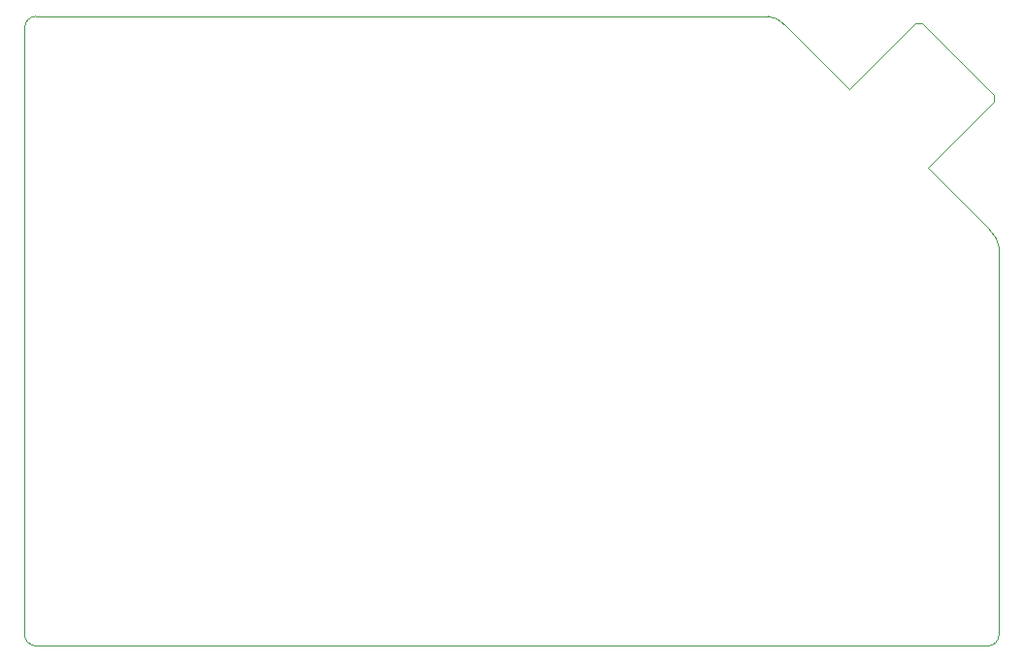
<source format=gm1>
G04 Layer_Color=16776960*
%FSLAX25Y25*%
%MOIN*%
G70*
G01*
G75*
%ADD62C,0.00197*%
D62*
X330709Y0D02*
G03*
X334646Y3937I0J3937D01*
G01*
X0D02*
G03*
X3937Y0I3937J0D01*
G01*
Y216535D02*
G03*
X0Y212598I-0J-3937D01*
G01*
X260877Y213710D02*
G03*
X255251Y216532I-6192J-5324D01*
G01*
X334659Y137010D02*
G03*
X331402Y143165I-10975J-1869D01*
G01*
X3937Y216535D02*
X255251D01*
X0Y3937D02*
Y212598D01*
X283189Y191417D02*
Y191417D01*
X305787Y214016D01*
X308347D01*
X332795Y189567D01*
Y187008D02*
Y189567D01*
X310157Y164370D02*
X332795Y187008D01*
X310157Y164370D02*
X310197D01*
X331402Y143165D01*
X283189Y191417D02*
X283189D01*
X3937Y0D02*
X330669D01*
X334646Y3937D02*
Y137010D01*
X260877Y213710D02*
X260896D01*
X283189Y191417D01*
M02*

</source>
